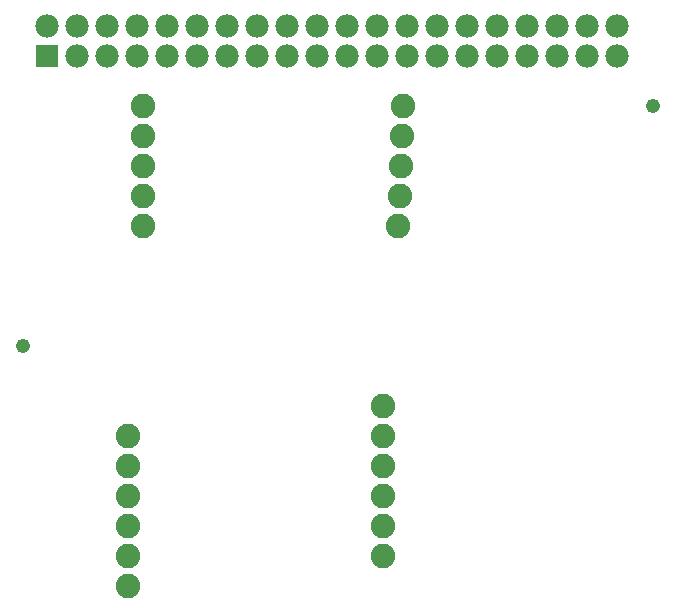
<source format=gts>
G75*
%MOIN*%
%OFA0B0*%
%FSLAX24Y24*%
%IPPOS*%
%LPD*%
%AMOC8*
5,1,8,0,0,1.08239X$1,22.5*
%
%ADD10C,0.0820*%
%ADD11R,0.0780X0.0780*%
%ADD12C,0.0780*%
%ADD13C,0.0476*%
D10*
X006500Y003000D03*
X006500Y004000D03*
X006500Y005000D03*
X006500Y006000D03*
X006500Y007000D03*
X006500Y008000D03*
X015000Y008000D03*
X015000Y009000D03*
X015000Y007000D03*
X015000Y006000D03*
X015000Y005000D03*
X015000Y004000D03*
X015500Y015000D03*
X015544Y015999D03*
X015587Y016998D03*
X015631Y017997D03*
X015674Y018996D03*
X007000Y019000D03*
X007000Y018000D03*
X007000Y017000D03*
X007000Y016000D03*
X007000Y015000D03*
D11*
X003795Y020669D03*
D12*
X004795Y020669D03*
X005795Y020669D03*
X006795Y020669D03*
X007795Y020669D03*
X008795Y020669D03*
X009795Y020669D03*
X010795Y020669D03*
X011795Y020669D03*
X012795Y020669D03*
X013795Y020669D03*
X014795Y020669D03*
X015795Y020669D03*
X016795Y020669D03*
X017795Y020669D03*
X018795Y020669D03*
X019795Y020669D03*
X020795Y020669D03*
X021795Y020669D03*
X022795Y020669D03*
X022795Y021669D03*
X021795Y021669D03*
X020795Y021669D03*
X019795Y021669D03*
X018795Y021669D03*
X017795Y021669D03*
X016795Y021669D03*
X015795Y021669D03*
X014795Y021669D03*
X013795Y021669D03*
X012795Y021669D03*
X011795Y021669D03*
X010795Y021669D03*
X009795Y021669D03*
X008795Y021669D03*
X007795Y021669D03*
X006795Y021669D03*
X005795Y021669D03*
X004795Y021669D03*
X003795Y021669D03*
D13*
X003000Y011000D03*
X024000Y019000D03*
M02*

</source>
